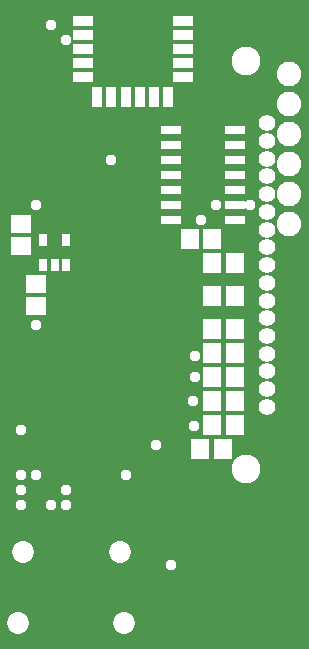
<source format=gbr>
G04 EAGLE Gerber RS-274X export*
G75*
%MOMM*%
%FSLAX34Y34*%
%LPD*%
%INSoldermask Bottom*%
%IPNEG*%
%AMOC8*
5,1,8,0,0,1.08239X$1,22.5*%
G01*
%ADD10C,1.853200*%
%ADD11R,1.703200X0.903200*%
%ADD12R,0.903200X1.703200*%
%ADD13R,1.503200X1.703200*%
%ADD14R,1.703200X1.503200*%
%ADD15C,2.453200*%
%ADD16C,1.411200*%
%ADD17C,2.082800*%
%ADD18R,1.703200X0.803200*%
%ADD19R,0.703200X1.003200*%
%ADD20C,0.959600*%


D10*
X109400Y86800D03*
X26800Y86800D03*
X113000Y27300D03*
X23200Y27300D03*
D11*
X162600Y536900D03*
X162600Y524900D03*
X162600Y512900D03*
X162600Y500900D03*
X162600Y488900D03*
D12*
X150100Y472400D03*
X138100Y472400D03*
X126100Y472400D03*
X114100Y472400D03*
X102100Y472400D03*
X90100Y472400D03*
D11*
X77600Y488900D03*
X77600Y500900D03*
X77600Y512900D03*
X77600Y524900D03*
X77600Y536900D03*
D13*
X206350Y331470D03*
X187350Y331470D03*
D14*
X25400Y346100D03*
X25400Y365100D03*
X38100Y295300D03*
X38100Y314300D03*
D13*
X206350Y303530D03*
X187350Y303530D03*
X187350Y275590D03*
X206350Y275590D03*
X206350Y255270D03*
X187350Y255270D03*
X206350Y234950D03*
X187350Y234950D03*
X206350Y214630D03*
X187350Y214630D03*
X206350Y194310D03*
X187350Y194310D03*
X196190Y173990D03*
X177190Y173990D03*
X168300Y351790D03*
X187300Y351790D03*
D15*
X215800Y157000D03*
D16*
X233800Y210000D03*
X233800Y225000D03*
X233800Y240000D03*
X233800Y255000D03*
X233800Y270000D03*
X233800Y285000D03*
X233800Y300000D03*
X233800Y315000D03*
X233800Y330000D03*
X233800Y345000D03*
X233800Y360000D03*
X233800Y375000D03*
X233800Y390000D03*
X233800Y405000D03*
X233800Y420000D03*
X233800Y435000D03*
X233800Y450000D03*
D15*
X215800Y503000D03*
D17*
X252730Y364490D03*
X252730Y389890D03*
X252730Y415290D03*
X252730Y440690D03*
X252730Y466090D03*
X252730Y491490D03*
D18*
X152400Y368300D03*
X152400Y381000D03*
X152400Y393700D03*
X152400Y406400D03*
X152400Y419100D03*
X152400Y431800D03*
X152400Y444500D03*
X206400Y444500D03*
X206400Y431800D03*
X206400Y419100D03*
X206400Y406400D03*
X206400Y393700D03*
X206400Y381000D03*
X206400Y368300D03*
D19*
X63500Y330200D03*
X54000Y330200D03*
X44500Y330200D03*
X63500Y351200D03*
X44500Y351200D03*
D20*
X50800Y127000D03*
X219206Y381000D03*
X38100Y381000D03*
X38100Y279400D03*
X38100Y152400D03*
X25400Y152400D03*
X25400Y190500D03*
X152400Y76200D03*
X172110Y193700D03*
X171450Y214630D03*
X172720Y234950D03*
X172720Y252730D03*
X63500Y127000D03*
X177800Y368300D03*
X25400Y127000D03*
X25400Y139700D03*
X63500Y139700D03*
X101600Y419100D03*
X139700Y177800D03*
X63500Y520746D03*
X190500Y381000D03*
X114300Y152400D03*
X50800Y533400D03*
M02*

</source>
